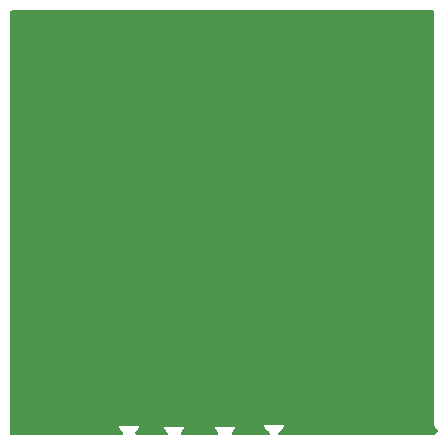
<source format=gbl>
%FSTAX23Y23*%
%MOIN*%
%SFA1B1*%

%IPPOS*%
%ADD34R,0.059060X0.059060*%
%ADD35C,0.059060*%
%ADD36C,0.050000*%
%ADD39C,0.005000*%
G54D39*
X0151Y00106D02*
X01523Y00092D01*
X01513Y00082*
X00998*
X00998Y00083*
X00999Y00084*
X01007Y0009*
X01013Y00098*
X01017Y00107*
X01018Y00114*
X00943*
X00944Y00107*
X00948Y00098*
X00954Y0009*
X00962Y00084*
X00963Y00083*
X00963Y00082*
X00842*
X00842Y00084*
X00843Y00085*
X00849Y00093*
X00853Y00102*
X00854Y00109*
X00779*
X0078Y00102*
X00784Y00093*
X0079Y00085*
X00791Y00084*
X00791Y00082*
X00673*
X00673Y00084*
X00674Y00085*
X0068Y00093*
X00684Y00102*
X00685Y00109*
X0061*
X00611Y00102*
X00615Y00093*
X00621Y00085*
X00622Y00084*
X00622Y00082*
X00522*
X00521Y00084*
X00524Y00086*
X0053Y00094*
X00534Y00103*
X00535Y0011*
X0046*
X00461Y00103*
X00465Y00094*
X00471Y00086*
X00474Y00084*
X00473Y00082*
X00105*
Y01488*
X00106Y0149*
X00109*
X0151*
Y00106*
X00106Y00084D02*
X00473D01*
X00523D02*
X00622D01*
X00674D02*
X00791D01*
X00843D02*
X00961D01*
X01001D02*
X01515D01*
X00106Y00089D02*
X00468D01*
X00529D02*
X00617D01*
X00679D02*
X00786D01*
X00848D02*
X00955D01*
X01008D02*
X0152D01*
X00106Y00094D02*
X00464D01*
X00532D02*
X00614D01*
X00683D02*
X00783D01*
X00852D02*
X0095D01*
X01012D02*
X01521D01*
X00106Y00099D02*
X00462D01*
X00535D02*
X00612D01*
X00685D02*
X00781D01*
X00854D02*
X00947D01*
X01016D02*
X01516D01*
X00106Y00104D02*
X0046D01*
X00536D02*
X0061D01*
X00686D02*
X00779D01*
X00855D02*
X00945D01*
X01018D02*
X01511D01*
X00106Y00109D02*
X0046D01*
X00536D02*
X00943D01*
X01019D02*
X01509D01*
X00106Y00114D02*
X01509D01*
X00106Y00119D02*
X01509D01*
X00106Y00124D02*
X01509D01*
X00106Y00129D02*
X01509D01*
X00106Y00134D02*
X01509D01*
X00106Y00139D02*
X01509D01*
X00106Y00144D02*
X01509D01*
X00106Y00149D02*
X01509D01*
X00106Y00154D02*
X01509D01*
X00106Y00159D02*
X01509D01*
X00106Y00164D02*
X01509D01*
X00106Y00169D02*
X01509D01*
X00106Y00174D02*
X01509D01*
X00106Y00179D02*
X01509D01*
X00106Y00184D02*
X01509D01*
X00106Y00189D02*
X01509D01*
X00106Y00194D02*
X01509D01*
X00106Y00199D02*
X01509D01*
X00106Y00204D02*
X01509D01*
X00106Y00209D02*
X01509D01*
X00106Y00214D02*
X01509D01*
X00106Y00219D02*
X01509D01*
X00106Y00224D02*
X01509D01*
X00106Y00229D02*
X01509D01*
X00106Y00234D02*
X01509D01*
X00106Y00239D02*
X01509D01*
X00106Y00244D02*
X01509D01*
X00106Y00249D02*
X01509D01*
X00106Y00254D02*
X01509D01*
X00106Y00259D02*
X01509D01*
X00106Y00264D02*
X01509D01*
X00106Y00269D02*
X01509D01*
X00106Y00274D02*
X01509D01*
X00106Y00279D02*
X01509D01*
X00106Y00284D02*
X01509D01*
X00106Y00289D02*
X01509D01*
X00106Y00294D02*
X01509D01*
X00106Y00299D02*
X01509D01*
X00106Y00304D02*
X01509D01*
X00106Y00309D02*
X01509D01*
X00106Y00314D02*
X01509D01*
X00106Y00319D02*
X01509D01*
X00106Y00324D02*
X01509D01*
X00106Y00329D02*
X01509D01*
X00106Y00334D02*
X01509D01*
X00106Y00339D02*
X01509D01*
X00106Y00344D02*
X01509D01*
X00106Y00349D02*
X01509D01*
X00106Y00354D02*
X01509D01*
X00106Y00359D02*
X01509D01*
X00106Y00364D02*
X01509D01*
X00106Y00369D02*
X01509D01*
X00106Y00374D02*
X01509D01*
X00106Y00379D02*
X01509D01*
X00106Y00384D02*
X01509D01*
X00106Y00389D02*
X01509D01*
X00106Y00394D02*
X01509D01*
X00106Y00399D02*
X01509D01*
X00106Y00404D02*
X01509D01*
X00106Y00409D02*
X01509D01*
X00106Y00414D02*
X01509D01*
X00106Y00419D02*
X01509D01*
X00106Y00424D02*
X01509D01*
X00106Y00429D02*
X01509D01*
X00106Y00434D02*
X01509D01*
X00106Y00439D02*
X01509D01*
X00106Y00444D02*
X01509D01*
X00106Y00449D02*
X01509D01*
X00106Y00454D02*
X01509D01*
X00106Y00459D02*
X01509D01*
X00106Y00464D02*
X01509D01*
X00106Y00469D02*
X01509D01*
X00106Y00474D02*
X01509D01*
X00106Y00479D02*
X01509D01*
X00106Y00484D02*
X01509D01*
X00106Y00489D02*
X01509D01*
X00106Y00494D02*
X01509D01*
X00106Y00499D02*
X01509D01*
X00106Y00504D02*
X01509D01*
X00106Y00509D02*
X01509D01*
X00106Y00514D02*
X01509D01*
X00106Y00519D02*
X01509D01*
X00106Y00524D02*
X01509D01*
X00106Y00529D02*
X01509D01*
X00106Y00534D02*
X01509D01*
X00106Y00539D02*
X01509D01*
X00106Y00544D02*
X01509D01*
X00106Y00549D02*
X01509D01*
X00106Y00554D02*
X01509D01*
X00106Y00559D02*
X01509D01*
X00106Y00564D02*
X01509D01*
X00106Y00569D02*
X01509D01*
X00106Y00574D02*
X01509D01*
X00106Y00579D02*
X01509D01*
X00106Y00584D02*
X01509D01*
X00106Y00589D02*
X01509D01*
X00106Y00594D02*
X01509D01*
X00106Y00599D02*
X01509D01*
X00106Y00604D02*
X01509D01*
X00106Y00609D02*
X01509D01*
X00106Y00614D02*
X01509D01*
X00106Y00619D02*
X01509D01*
X00106Y00624D02*
X01509D01*
X00106Y00629D02*
X01509D01*
X00106Y00634D02*
X01509D01*
X00106Y00639D02*
X01509D01*
X00106Y00644D02*
X01509D01*
X00106Y00649D02*
X01509D01*
X00106Y00654D02*
X01509D01*
X00106Y00659D02*
X01509D01*
X00106Y00664D02*
X01509D01*
X00106Y00669D02*
X01509D01*
X00106Y00674D02*
X01509D01*
X00106Y00679D02*
X01509D01*
X00106Y00684D02*
X01509D01*
X00106Y00689D02*
X01509D01*
X00106Y00694D02*
X01509D01*
X00106Y00699D02*
X01509D01*
X00106Y00704D02*
X01509D01*
X00106Y00709D02*
X01509D01*
X00106Y00714D02*
X01509D01*
X00106Y00719D02*
X01509D01*
X00106Y00724D02*
X01509D01*
X00106Y00729D02*
X01509D01*
X00106Y00734D02*
X01509D01*
X00106Y00739D02*
X01509D01*
X00106Y00744D02*
X01509D01*
X00106Y00749D02*
X01509D01*
X00106Y00754D02*
X01509D01*
X00106Y00759D02*
X01509D01*
X00106Y00764D02*
X01509D01*
X00106Y00769D02*
X01509D01*
X00106Y00774D02*
X01509D01*
X00106Y00779D02*
X01509D01*
X00106Y00784D02*
X01509D01*
X00106Y00789D02*
X01509D01*
X00106Y00794D02*
X01509D01*
X00106Y00799D02*
X01509D01*
X00106Y00804D02*
X01509D01*
X00106Y00809D02*
X01509D01*
X00106Y00814D02*
X01509D01*
X00106Y00819D02*
X01509D01*
X00106Y00824D02*
X01509D01*
X00106Y00829D02*
X01509D01*
X00106Y00834D02*
X01509D01*
X00106Y00839D02*
X01509D01*
X00106Y00844D02*
X01509D01*
X00106Y00849D02*
X01509D01*
X00106Y00854D02*
X01509D01*
X00106Y00859D02*
X01509D01*
X00106Y00864D02*
X01509D01*
X00106Y00869D02*
X01509D01*
X00106Y00874D02*
X01509D01*
X00106Y00879D02*
X01509D01*
X00106Y00884D02*
X01509D01*
X00106Y00889D02*
X01509D01*
X00106Y00894D02*
X01509D01*
X00106Y00899D02*
X01509D01*
X00106Y00904D02*
X01509D01*
X00106Y00909D02*
X01509D01*
X00106Y00914D02*
X01509D01*
X00106Y00919D02*
X01509D01*
X00106Y00924D02*
X01509D01*
X00106Y00929D02*
X01509D01*
X00106Y00934D02*
X01509D01*
X00106Y00939D02*
X01509D01*
X00106Y00944D02*
X01509D01*
X00106Y00949D02*
X01509D01*
X00106Y00954D02*
X01509D01*
X00106Y00959D02*
X01509D01*
X00106Y00964D02*
X01509D01*
X00106Y00969D02*
X01509D01*
X00106Y00974D02*
X01509D01*
X00106Y00979D02*
X01509D01*
X00106Y00984D02*
X01509D01*
X00106Y00989D02*
X01509D01*
X00106Y00994D02*
X01509D01*
X00106Y00999D02*
X01509D01*
X00106Y01004D02*
X01509D01*
X00106Y01009D02*
X01509D01*
X00106Y01014D02*
X01509D01*
X00106Y01019D02*
X01509D01*
X00106Y01024D02*
X01509D01*
X00106Y01029D02*
X01509D01*
X00106Y01034D02*
X01509D01*
X00106Y01039D02*
X01509D01*
X00106Y01044D02*
X01509D01*
X00106Y01049D02*
X01509D01*
X00106Y01054D02*
X01509D01*
X00106Y01059D02*
X01509D01*
X00106Y01064D02*
X01509D01*
X00106Y01069D02*
X01509D01*
X00106Y01074D02*
X01509D01*
X00106Y01079D02*
X01509D01*
X00106Y01084D02*
X01509D01*
X00106Y01089D02*
X01509D01*
X00106Y01094D02*
X01509D01*
X00106Y01099D02*
X01509D01*
X00106Y01104D02*
X01509D01*
X00106Y01109D02*
X01509D01*
X00106Y01114D02*
X01509D01*
X00106Y01119D02*
X01509D01*
X00106Y01124D02*
X01509D01*
X00106Y01129D02*
X01509D01*
X00106Y01134D02*
X01509D01*
X00106Y01139D02*
X01509D01*
X00106Y01144D02*
X01509D01*
X00106Y01149D02*
X01509D01*
X00106Y01154D02*
X01509D01*
X00106Y01159D02*
X01509D01*
X00106Y01164D02*
X01509D01*
X00106Y01169D02*
X01509D01*
X00106Y01174D02*
X01509D01*
X00106Y01179D02*
X01509D01*
X00106Y01184D02*
X01509D01*
X00106Y01189D02*
X01509D01*
X00106Y01194D02*
X01509D01*
X00106Y01199D02*
X01509D01*
X00106Y01204D02*
X01509D01*
X00106Y01209D02*
X01509D01*
X00106Y01214D02*
X01509D01*
X00106Y01219D02*
X01509D01*
X00106Y01224D02*
X01509D01*
X00106Y01229D02*
X01509D01*
X00106Y01234D02*
X01509D01*
X00106Y01239D02*
X01509D01*
X00106Y01244D02*
X01509D01*
X00106Y01249D02*
X01509D01*
X00106Y01254D02*
X01509D01*
X00106Y01259D02*
X01509D01*
X00106Y01264D02*
X01509D01*
X00106Y01269D02*
X01509D01*
X00106Y01274D02*
X01509D01*
X00106Y01279D02*
X01509D01*
X00106Y01284D02*
X01509D01*
X00106Y01289D02*
X01509D01*
X00106Y01294D02*
X01509D01*
X00106Y01299D02*
X01509D01*
X00106Y01304D02*
X01509D01*
X00106Y01309D02*
X01509D01*
X00106Y01314D02*
X01509D01*
X00106Y01319D02*
X01509D01*
X00106Y01324D02*
X01509D01*
X00106Y01329D02*
X01509D01*
X00106Y01334D02*
X01509D01*
X00106Y01339D02*
X01509D01*
X00106Y01344D02*
X01509D01*
X00106Y01349D02*
X01509D01*
X00106Y01354D02*
X01509D01*
X00106Y01359D02*
X01509D01*
X00106Y01364D02*
X01509D01*
X00106Y01369D02*
X01509D01*
X00106Y01374D02*
X01509D01*
X00106Y01379D02*
X01509D01*
X00106Y01384D02*
X01509D01*
X00106Y01389D02*
X01509D01*
X00106Y01394D02*
X01509D01*
X00106Y01399D02*
X01509D01*
X00106Y01404D02*
X01509D01*
X00106Y01409D02*
X01509D01*
X00106Y01414D02*
X01509D01*
X00106Y01419D02*
X01509D01*
X00106Y01424D02*
X01509D01*
X00106Y01429D02*
X01509D01*
X00106Y01434D02*
X01509D01*
X00106Y01439D02*
X01509D01*
X00106Y01444D02*
X01509D01*
X00106Y01449D02*
X01509D01*
X00106Y01454D02*
X01509D01*
X00106Y01459D02*
X01509D01*
X00106Y01464D02*
X01509D01*
X00106Y01469D02*
X01509D01*
X00106Y01474D02*
X01509D01*
X00106Y01479D02*
X01509D01*
X00106Y01484D02*
X01509D01*
X00106Y01489D02*
X01509D01*
M02*
</source>
